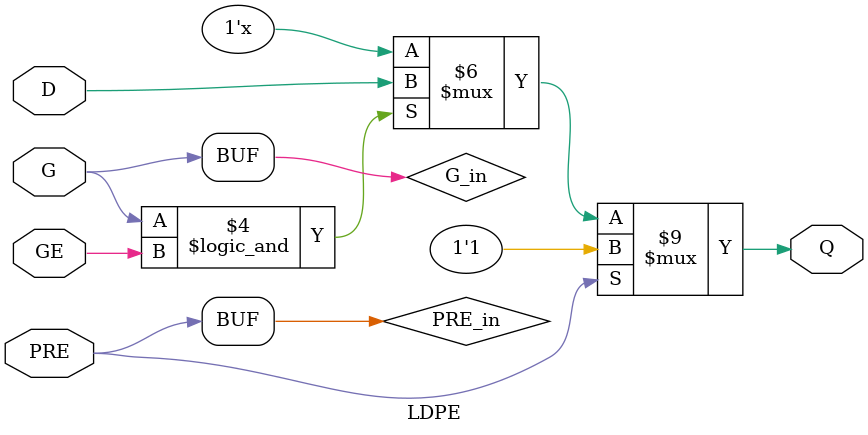
<source format=v>


module IBUF(O, I);
   output O;
   input  I;
   assign O = I;
endmodule

module OBUF(O, I);
   output O;
   input  I;
   assign O = I;
endmodule

module OBUFT(O, I, T);
   output O;
   input  I, T;
   assign O = T ? 1'bz : I;
endmodule

module GND(G);
   output G;
   assign G = 0;
endmodule

module INV(O, I);
   input I;
   output O;
   assign O = !I;
endmodule

module LUT1(O, I0);
   parameter INIT = 0;
   input I0;
   wire [1:0] lutdata = INIT;
   wire [0:0] idx = { I0 };
   output     O;
   assign O = lutdata[idx];
endmodule

module LUT2(O, I0, I1);
   parameter INIT = 0;
   input I0, I1;
   wire [3:0] lutdata = INIT;
   wire [1:0] idx = { I1, I0 };
   output     O;
   assign O = lutdata[idx];
endmodule

module LUT3(O, I0, I1, I2);
   parameter INIT = 0;
   input I0, I1, I2;
   wire [7:0] lutdata = INIT;
   wire [2:0] idx = { I2, I1, I0 };
   output     O;
   assign O = lutdata[idx];
endmodule

module LUT4(O, I0, I1, I2, I3);
   parameter INIT = 0;
   input I0, I1, I2, I3;
   wire [15:0] lutdata = INIT;
   wire [3:0]  idx = { I3, I2, I1, I0 };
   output      O;
   assign O = lutdata[idx];
endmodule

module LUT5(O, I0, I1, I2, I3, I4);
   parameter INIT = 0;
   input I0, I1, I2, I3, I4;
   wire [31:0] lutdata = INIT;
   wire [4:0]  idx = { I4, I3, I2, I1, I0 };
   output      O;
   assign O = lutdata[idx];
endmodule

module LUT6(O, I0, I1, I2, I3, I4, I5);
   parameter INIT = 0;
   input I0, I1, I2, I3, I4, I5;
   wire [63:0] lutdata = INIT;
   wire [5:0]  idx = { I5, I4, I3, I2, I1, I0 };
   output      O;
   assign O = lutdata[idx];
endmodule

module MUXCY(O, CI, DI, S);
   input CI, DI, S;
   output O;
   assign O = S ? CI : DI;
endmodule

module MUXF7(O, I0, I1, S);
   input I0, I1, S;
   output O;
   assign O = S ? I1 : I0;
endmodule

module MUXF8(O, I0, I1, S);
   input I0, I1, S;
   output O;
   assign O = S ? I1 : I0;
endmodule

module VCC(P);
   output P;
   assign P = 1;
endmodule

module XORCY(O, CI, LI);
   input CI, LI;
   output O;
   assign O = CI ^ LI;
endmodule

module CARRY4(CO, O, CI, CYINIT, DI, S);
   output [3:0] CO, O;
   input        CI, CYINIT;
   input [3:0]  DI, S;
   wire         ci_or_cyinit;
   assign O = S ^ {CO[2:0], ci_or_cyinit};
   assign CO[0] = S[0] ? ci_or_cyinit : DI[0];
   assign CO[1] = S[1] ? CO[0] : DI[1];
   assign CO[2] = S[2] ? CO[1] : DI[2];
   assign CO[3] = S[3] ? CO[2] : DI[3];
   assign ci_or_cyinit = CI | CYINIT;
endmodule

module LDCE (Q, CLR, D, G, GE);
   parameter [0:0] INIT = 1'b0;
   parameter [0:0] IS_CLR_INVERTED = 1'b0;
   parameter [0:0] IS_G_INVERTED = 1'b0;

   output Q;
   reg    Q = INIT;

   input  CLR, D, G, GE;
   wire   CLR_in, G_in;

   assign CLR_in = IS_CLR_INVERTED ^ CLR;
   assign G_in = IS_G_INVERTED ^ G;

   always @( CLR_in or D or G_in or GE)
     if (CLR_in)
       Q <= 0;
     else if (G_in && GE)
       Q <= D;
endmodule

module BUFG (O, I);
   output O;
   input  I;
   buf B1 (O, I);
endmodule

module FDRE (Q, C, CE, D, R);
   parameter [0:0] INIT = 1'b0;
   parameter [0:0] IS_C_INVERTED = 1'b0;
   parameter [0:0] IS_D_INVERTED = 1'b0;
   parameter [0:0] IS_R_INVERTED = 1'b0;

   output Q;
   reg    Q = INIT;

   input  C, CE, D, R;
   wire   C_in, D_in, R_in;

   assign C_in = C ^ IS_C_INVERTED;
   assign D_in = D ^ IS_D_INVERTED;
   assign R_in = R ^ IS_R_INVERTED;

   always @(posedge C_in)
     if (R_in)
       Q <= 0;
     else if (CE)
       Q <= D_in;
endmodule

module FDSE (Q, C, CE, D, S);
   parameter INIT = 1'b1;
   parameter [0:0] IS_C_INVERTED = 1'b0;
   parameter [0:0] IS_S_INVERTED = 1'b0;
   parameter [0:0] IS_D_INVERTED = 1'b0;

   output Q;

   input  C, CE, D, S;

   wire   Q;
   wire   C_in;
   wire   S_in;
   wire   D_in;
   wire   rst_int = 0;
   wire   set_int = S;
   reg    q_out;

   initial q_out = INIT;

   assign Q = q_out;
   assign C_in = IS_C_INVERTED ^ C;
   assign S_in = IS_S_INVERTED ^ S;
   assign D_in = IS_D_INVERTED ^ D;

   always @(posedge C_in)
	 if (S_in)
	   q_out <=  1;
	 else if (CE)
	   q_out <=  D_in;
endmodule

module LD (Q, D, G);
   parameter INIT = 1'b0;
   output Q;
   wire   Q;
   input  D, G;
   reg    q_out;

   initial q_out = INIT;

   assign Q = q_out;

   always @(D or G)
     if (G)
       q_out <= D;
endmodule

module FD (Q, C, D);
   parameter INIT = 1'b0;
   output Q;
   input  C, D;

   wire   Q;
   reg    q_out;

   initial q_out = INIT;

   always @(posedge C)
     q_out <=  D;

   assign Q = q_out;
endmodule

module LDPE (Q, D, G, GE, PRE);
   parameter [0:0] INIT = 1'b1;
   parameter [0:0] IS_G_INVERTED = 1'b0;
   parameter [0:0] IS_PRE_INVERTED = 1'b0;

   output Q;
   reg    Q = INIT;

   input  D, G, GE, PRE;
   wire   G_in, PRE_in;

   assign G_in = IS_G_INVERTED ^ G;
   assign PRE_in = IS_PRE_INVERTED ^ PRE;

   always @( PRE_in or D or G_in or GE)
     if (PRE_in)
       Q <= 1;
     else if (G_in && GE)
       Q <= D;
endmodule

</source>
